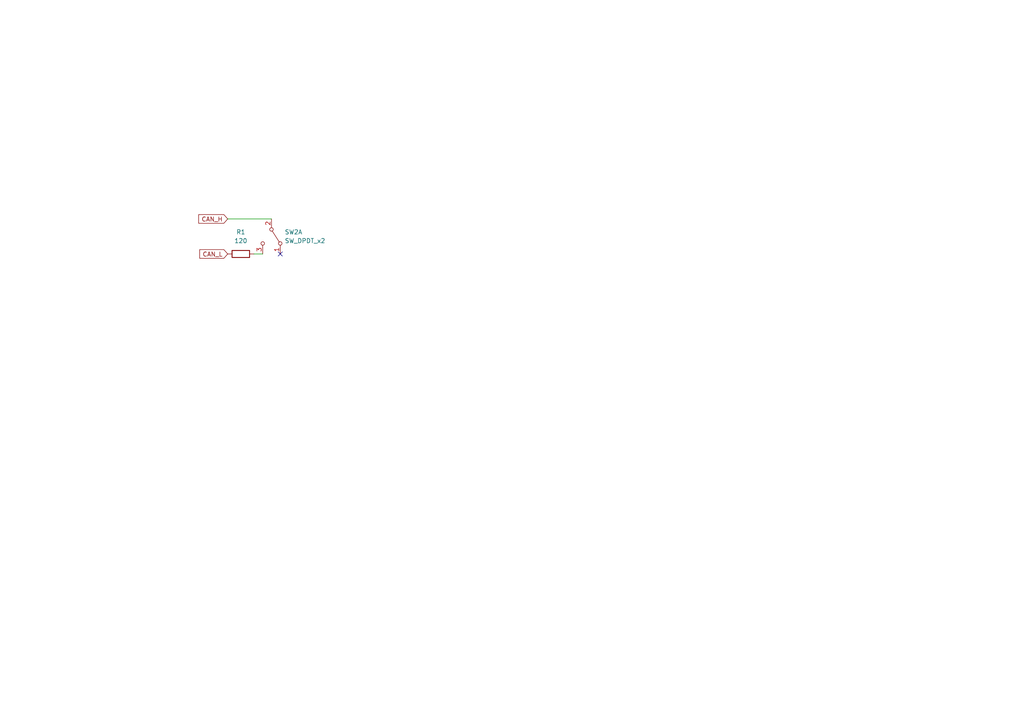
<source format=kicad_sch>
(kicad_sch (version 20231120) (generator "eeschema") (generator_version "8.0")
  (paper "A4")
  (lib_symbols
    (symbol "Device:R" (pin_numbers hide) (pin_names (offset 0))
      (property "Reference" "R" (at 2.032 0 90))
      (property "Value" "R" (at 0 0 90))
      (symbol "R_0_1"
        (rectangle (start -1.016 -2.54) (end 1.016 2.54) (stroke (width 0.254)))
      )
      (symbol "R_1_1"
        (pin passive line (at 0 3.81 270) (length 1.27) (name "~") (number "1"))
        (pin passive line (at 0 -3.81 90) (length 1.27) (name "~") (number "2"))
      )
    )
    (symbol "Switch:SW_DPDT_x2" (pin_names (offset 0) hide)
      (property "Reference" "SW" (at 0 4.318 0))
      (property "Value" "SW_DPDT_x2" (at 0 -5.08 0))
      (symbol "SW_DPDT_x2_0_0"
        (circle (center -2.032 0) (radius 0.508))
        (circle (center 2.032 -2.54) (radius 0.508))
      )
      (symbol "SW_DPDT_x2_0_1"
        (polyline (pts (xy -1.524 0.254) (xy 1.651 2.286)))
        (circle (center 2.032 2.54) (radius 0.508))
      )
      (symbol "SW_DPDT_x2_1_1"
        (pin passive line (at 5.08 2.54 180) (length 2.54) (name "A") (number "1"))
        (pin passive line (at -5.08 0 0) (length 2.54) (name "B") (number "2"))
        (pin passive line (at 5.08 -2.54 180) (length 2.54) (name "C") (number "3"))
      )
      (symbol "SW_DPDT_x2_2_1"
        (pin passive line (at 5.08 2.54 180) (length 2.54) (name "A") (number "4"))
        (pin passive line (at -5.08 0 0) (length 2.54) (name "B") (number "5"))
        (pin passive line (at 5.08 -2.54 180) (length 2.54) (name "C") (number "6"))
      )
    )
  )
  (no_connect (at 81.28 73.66))
  (wire (pts (xy 66.04 63.5) (xy 78.74 63.5)))
  (wire (pts (xy 73.66 73.66) (xy 76.2 73.66)))
  (global_label "CAN_L" (shape input) (at 66.04 73.66 180) (property "Intersheetrefs" "${INTERSHEET_REFS}" (effects (hide yes))))
  (global_label "CAN_H" (shape input) (at 66.04 63.5 180) (property "Intersheetrefs" "${INTERSHEET_REFS}" (effects (hide yes))))
  (symbol (lib_id "Device:R") (at 69.85 73.66 90) (unit 1)
    (property "Reference" "R1" (at 69.85 67.31 90))
    (property "Value" "120" (at 69.85 69.85 90))
  )
  (symbol (lib_id "Switch:SW_DPDT_x2") (at 78.74 68.58 270) (unit 1)
    (property "Reference" "SW2" (at 82.55 67.31 90) (effects (justify left)))
    (property "Value" "SW_DPDT_x2" (at 82.55 69.85 90) (effects (justify left)))
  )
)
</source>
